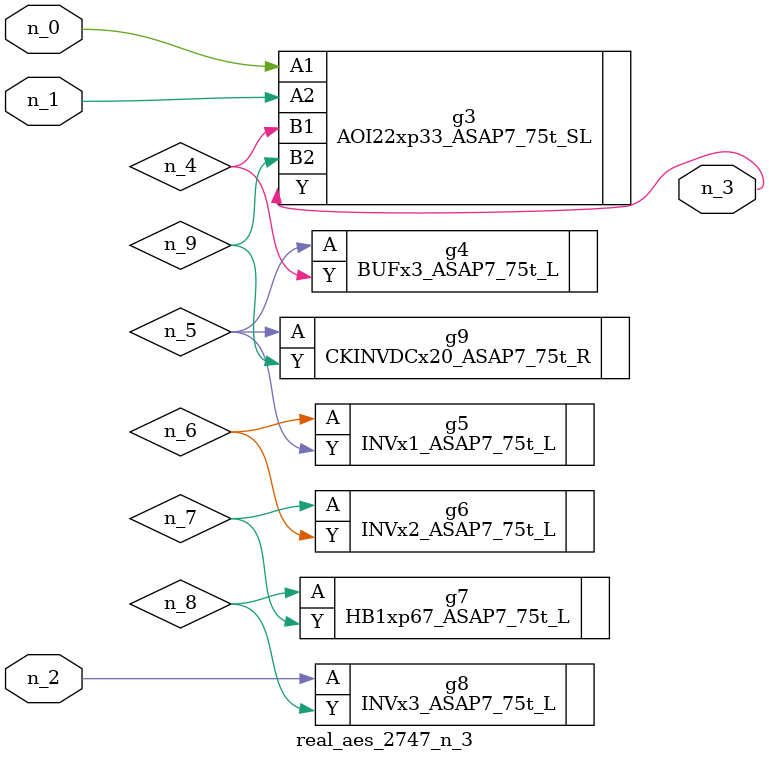
<source format=v>
module real_aes_2747_n_3 (n_0, n_2, n_1, n_3);
input n_0;
input n_2;
input n_1;
output n_3;
wire n_4;
wire n_5;
wire n_7;
wire n_9;
wire n_6;
wire n_8;
AOI22xp33_ASAP7_75t_SL g3 ( .A1(n_0), .A2(n_1), .B1(n_4), .B2(n_9), .Y(n_3) );
INVx3_ASAP7_75t_L g8 ( .A(n_2), .Y(n_8) );
BUFx3_ASAP7_75t_L g4 ( .A(n_5), .Y(n_4) );
CKINVDCx20_ASAP7_75t_R g9 ( .A(n_5), .Y(n_9) );
INVx1_ASAP7_75t_L g5 ( .A(n_6), .Y(n_5) );
INVx2_ASAP7_75t_L g6 ( .A(n_7), .Y(n_6) );
HB1xp67_ASAP7_75t_L g7 ( .A(n_8), .Y(n_7) );
endmodule
</source>
